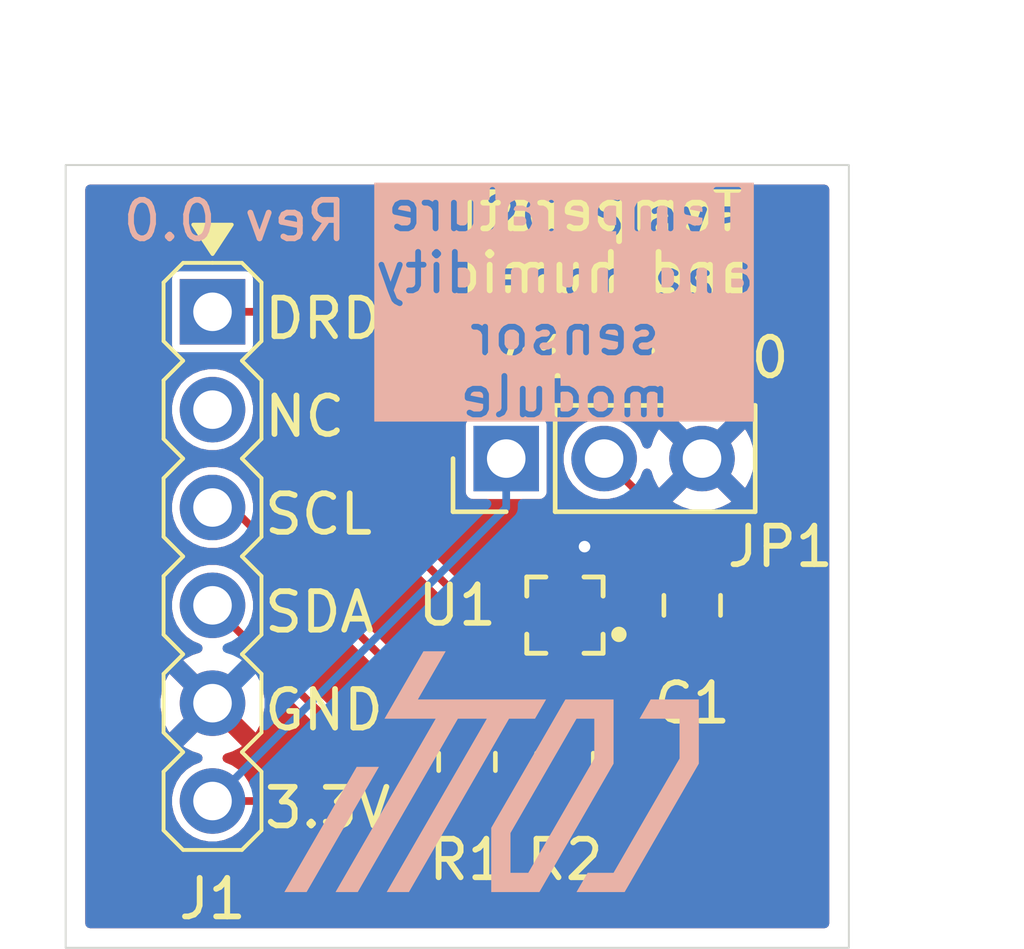
<source format=kicad_pcb>
(kicad_pcb (version 20241229) (generator "pcbnew") (generator_version "9.0")
  (title_block (title "Temperature and humidity sensor module") (date "2026-01-18") (rev "0.0") (company "Cotti"))
  (layers (0 "F.Cu" signal) (2 "B.Cu" signal) (13 "F.Paste" user) (15 "B.Paste" user) (5 "F.SilkS" user "F.Silkscreen") (7 "B.SilkS" user "B.Silkscreen") (1 "F.Mask" user) (3 "B.Mask" user) (25 "Edge.Cuts" user))
  (net 0 "")
  (net 1 "GND")
  (net 2 "+3V3")
  (net 4 "/sda")
  (net 5 "/scl")
  (net 6 "/drdy")
  (net 7 "/addr")
  (footprint "cotti_footprints:BGA6C100X50P2X3_HDC2010YPAR" (layer "F.Cu") (at 139.954 95.504 180)
    (property "Reference" "U1" (at 2.794 0.254 0) (layer "F.SilkS"))
    (property "Value" "HDC2010YPAR" (hide yes))
    (fp_line (start 0.99 0.99) (end 0.495 0.99) (stroke (width 0.127)) (layer "F.SilkS"))
    (fp_line (start 0.99 0.495) (end 0.99 0.99) (stroke (width 0.127)) (layer "F.SilkS"))
    (fp_line (start 0.99 -0.99) (end 0.99 -0.495) (stroke (width 0.127)) (layer "F.SilkS"))
    (fp_line (start 0.495 -0.99) (end 0.99 -0.99) (stroke (width 0.127)) (layer "F.SilkS"))
    (fp_line (start -0.495 0.99) (end -0.99 0.99) (stroke (width 0.127)) (layer "F.SilkS"))
    (fp_line (start -0.99 0.99) (end -0.99 0.495) (stroke (width 0.127)) (layer "F.SilkS"))
    (fp_line (start -0.99 -0.495) (end -0.99 -0.99) (stroke (width 0.127)) (layer "F.SilkS"))
    (fp_line (start -0.99 -0.99) (end -0.495 -0.99) (stroke (width 0.127)) (layer "F.SilkS"))
    (fp_circle (center -1.4 -0.5) (end -1.3 -0.5) (stroke (width 0.2)) (fill no) (layer "F.SilkS"))
    (pad "A1" smd circle (at -0.5 -0.5 180) (size 0.26 0.26) (layers "F.Cu" "F.Mask" "F.Paste") (net 2 "+3V3"))
    (pad "A2" smd circle (at 0.5 -0.5 180) (size 0.26 0.26) (layers "F.Cu" "F.Mask" "F.Paste") (net 4 "/sda"))
    (pad "B1" smd circle (at -0.5 0 180) (size 0.26 0.26) (layers "F.Cu" "F.Mask" "F.Paste") (net 7 "/addr"))
    (pad "B2" smd circle (at 0.5 0 180) (size 0.26 0.26) (layers "F.Cu" "F.Mask" "F.Paste") (net 5 "/scl"))
    (pad "C1" smd circle (at -0.5 0.5 180) (size 0.26 0.26) (layers "F.Cu" "F.Mask" "F.Paste") (net 1 "GND"))
    (pad "C2" smd circle (at 0.5 0.5 180) (size 0.26 0.26) (layers "F.Cu" "F.Mask" "F.Paste") (net 6 "/drdy"))
  )
  (footprint "Resistor_SMD:R_0805_2012Metric_Pad1.20x1.40mm_HandSolder" (layer "F.Cu") (at 139.954 99.314 90)
    (property "Reference" "R2" (at -2.54 0 180) (layer "F.SilkS"))
    (property "Value" "4.7k")
    (fp_line (start -0.227064 -0.735) (end 0.227064 -0.735) (stroke (width 0.12)) (layer "F.SilkS"))
    (fp_line (start -0.227064 0.735) (end 0.227064 0.735) (stroke (width 0.12)) (layer "F.SilkS"))
    (pad "1" smd roundrect (at -1 0 90) (size 1.2 1.4) (layers "F.Cu" "F.Mask" "F.Paste") (roundrect_rratio 0.208333) (net 2 "+3V3"))
    (pad "2" smd roundrect (at 1 0 90) (size 1.2 1.4) (layers "F.Cu" "F.Mask" "F.Paste") (roundrect_rratio 0.208333) (net 4 "/sda"))
  )
  (footprint "Connector_PinHeader_2.54mm:PinHeader_1x03_P2.54mm_Vertical" (layer "F.Cu") (at 138.43 91.44 90)
    (property "Reference" "JP1" (at -2.286 7.112 180) (layer "F.SilkS"))
    (property "Value" "Jumper_3_Bridged12")
    (fp_line (start -1.38 -1.38) (end 0 -1.38) (stroke (width 0.12)) (layer "F.SilkS"))
    (fp_line (start -1.38 0) (end -1.38 -1.38) (stroke (width 0.12)) (layer "F.SilkS"))
    (fp_line (start 1.38 1.27) (end 1.38 6.46) (stroke (width 0.12)) (layer "F.SilkS"))
    (fp_line (start -1.38 1.27) (end 1.38 1.27) (stroke (width 0.12)) (layer "F.SilkS"))
    (fp_line (start -1.38 1.27) (end -1.38 6.46) (stroke (width 0.12)) (layer "F.SilkS"))
    (fp_line (start -1.38 6.46) (end 1.38 6.46) (stroke (width 0.12)) (layer "F.SilkS"))
    (pad "1" thru_hole rect (at 0 0 90) (size 1.7 1.7) (drill 1) (layers "*.Cu" "*.Mask") (net 2 "+3V3"))
    (pad "2" thru_hole circle (at 0 2.54 90) (size 1.7 1.7) (drill 1) (layers "*.Cu" "*.Mask") (net 7 "/addr"))
    (pad "3" thru_hole circle (at 0 5.08 90) (size 1.7 1.7) (drill 1) (layers "*.Cu" "*.Mask") (net 1 "GND"))
  )
  (footprint "Resistor_SMD:R_0805_2012Metric_Pad1.20x1.40mm_HandSolder" (layer "F.Cu") (at 137.414 99.314 90)
    (property "Reference" "R1" (at -2.54 0 180) (layer "F.SilkS"))
    (property "Value" "4.7k")
    (fp_line (start -0.227064 -0.735) (end 0.227064 -0.735) (stroke (width 0.12)) (layer "F.SilkS"))
    (fp_line (start -0.227064 0.735) (end 0.227064 0.735) (stroke (width 0.12)) (layer "F.SilkS"))
    (pad "1" smd roundrect (at -1 0 90) (size 1.2 1.4) (layers "F.Cu" "F.Mask" "F.Paste") (roundrect_rratio 0.208333) (net 2 "+3V3"))
    (pad "2" smd roundrect (at 1 0 90) (size 1.2 1.4) (layers "F.Cu" "F.Mask" "F.Paste") (roundrect_rratio 0.208333) (net 5 "/scl"))
  )
  (footprint "Capacitor_SMD:C_0805_2012Metric_Pad1.18x1.45mm_HandSolder" (layer "F.Cu") (at 143.256 95.25 90)
    (property "Reference" "C1" (at -2.54 0 0) (layer "F.SilkS"))
    (property "Value" "100nF")
    (fp_line (start -0.261252 -0.735) (end 0.261252 -0.735) (stroke (width 0.12)) (layer "F.SilkS"))
    (fp_line (start -0.261252 0.735) (end 0.261252 0.735) (stroke (width 0.12)) (layer "F.SilkS"))
    (pad "1" smd roundrect (at -1.0375 0 90) (size 1.175 1.45) (layers "F.Cu" "F.Mask" "F.Paste") (roundrect_rratio 0.212766) (net 2 "+3V3"))
    (pad "2" smd roundrect (at 1.0375 0 90) (size 1.175 1.45) (layers "F.Cu" "F.Mask" "F.Paste") (roundrect_rratio 0.212766) (net 1 "GND"))
  )
  (footprint "cotti_footprints:Pmod_1x06_pin" (layer "F.Cu") (at 130.81 87.63)
    (property "Reference" "J1" (at 0 15.24 0) (layer "F.SilkS"))
    (property "Value" "Pmod I2C 1x06 pin" (hide yes))
    (fp_line (start -1.27 -0.762) (end -0.762 -1.27) (stroke (width 0.1)) (layer "F.SilkS"))
    (fp_line (start -1.27 0.762) (end -1.27 -0.762) (stroke (width 0.1)) (layer "F.SilkS"))
    (fp_line (start -1.27 1.778) (end -0.762 1.27) (stroke (width 0.1)) (layer "F.SilkS"))
    (fp_line (start -1.27 3.302) (end -1.27 1.778) (stroke (width 0.1)) (layer "F.SilkS"))
    (fp_line (start -1.27 4.318) (end -0.762 3.81) (stroke (width 0.1)) (layer "F.SilkS"))
    (fp_line (start -1.27 5.842) (end -1.27 4.318) (stroke (width 0.1)) (layer "F.SilkS"))
    (fp_line (start -1.27 6.858) (end -0.762 6.35) (stroke (width 0.1)) (layer "F.SilkS"))
    (fp_line (start -1.27 8.382) (end -1.27 6.858) (stroke (width 0.1)) (layer "F.SilkS"))
    (fp_line (start -1.27 9.398) (end -0.762 8.89) (stroke (width 0.1)) (layer "F.SilkS"))
    (fp_line (start -1.27 10.922) (end -1.27 9.398) (stroke (width 0.1)) (layer "F.SilkS"))
    (fp_line (start -1.27 11.938) (end -0.762 11.43) (stroke (width 0.1)) (layer "F.SilkS"))
    (fp_line (start -1.27 13.462) (end -1.27 11.938) (stroke (width 0.1)) (layer "F.SilkS"))
    (fp_line (start -0.762 -1.27) (end 0 -1.27) (stroke (width 0.1)) (layer "F.SilkS"))
    (fp_line (start -0.762 1.27) (end -1.27 0.762) (stroke (width 0.1)) (layer "F.SilkS"))
    (fp_line (start -0.762 3.81) (end -1.27 3.302) (stroke (width 0.1)) (layer "F.SilkS"))
    (fp_line (start -0.762 6.35) (end -1.27 5.842) (stroke (width 0.1)) (layer "F.SilkS"))
    (fp_line (start -0.762 8.89) (end -1.27 8.382) (stroke (width 0.1)) (layer "F.SilkS"))
    (fp_line (start -0.762 11.43) (end -1.27 10.922) (stroke (width 0.1)) (layer "F.SilkS"))
    (fp_line (start -0.762 13.97) (end -1.27 13.462) (stroke (width 0.1)) (layer "F.SilkS"))
    (fp_line (start 0 -1.27) (end 0.762 -1.27) (stroke (width 0.1)) (layer "F.SilkS"))
    (fp_line (start 0.762 -1.27) (end 1.27 -0.762) (stroke (width 0.1)) (layer "F.SilkS"))
    (fp_line (start 0.762 1.27) (end 1.27 1.778) (stroke (width 0.1)) (layer "F.SilkS"))
    (fp_line (start 0.762 3.81) (end 1.27 4.318) (stroke (width 0.1)) (layer "F.SilkS"))
    (fp_line (start 0.762 6.35) (end 1.27 6.858) (stroke (width 0.1)) (layer "F.SilkS"))
    (fp_line (start 0.762 8.89) (end 1.27 9.398) (stroke (width 0.1)) (layer "F.SilkS"))
    (fp_line (start 0.762 11.43) (end 1.27 11.938) (stroke (width 0.1)) (layer "F.SilkS"))
    (fp_line (start 0.762 13.97) (end -0.762 13.97) (stroke (width 0.1)) (layer "F.SilkS"))
    (fp_line (start 1.27 -0.762) (end 1.27 0.762) (stroke (width 0.1)) (layer "F.SilkS"))
    (fp_line (start 1.27 0.762) (end 0.762 1.27) (stroke (width 0.1)) (layer "F.SilkS"))
    (fp_line (start 1.27 1.778) (end 1.27 3.302) (stroke (width 0.1)) (layer "F.SilkS"))
    (fp_line (start 1.27 3.302) (end 0.762 3.81) (stroke (width 0.1)) (layer "F.SilkS"))
    (fp_line (start 1.27 4.318) (end 1.27 5.842) (stroke (width 0.1)) (layer "F.SilkS"))
    (fp_line (start 1.27 5.842) (end 0.762 6.35) (stroke (width 0.1)) (layer "F.SilkS"))
    (fp_line (start 1.27 6.858) (end 1.27 8.382) (stroke (width 0.1)) (layer "F.SilkS"))
    (fp_line (start 1.27 8.382) (end 0.762 8.89) (stroke (width 0.1)) (layer "F.SilkS"))
    (fp_line (start 1.27 9.398) (end 1.27 10.922) (stroke (width 0.1)) (layer "F.SilkS"))
    (fp_line (start 1.27 10.922) (end 0.762 11.43) (stroke (width 0.1)) (layer "F.SilkS"))
    (fp_line (start 1.27 11.938) (end 1.27 13.462) (stroke (width 0.1)) (layer "F.SilkS"))
    (fp_line (start 1.27 13.462) (end 0.762 13.97) (stroke (width 0.1)) (layer "F.SilkS"))
    (fp_poly (pts (xy 0.5 -2.262) (xy 0 -1.5) (xy -0.5 -2.262)) (stroke (width 0.1)) (fill yes) (layer "F.SilkS"))
    (pad "1" thru_hole rect (at 0 0) (size 1.7 1.7) (drill 1) (layers "*.Cu" "*.Mask") (net 6 "/drdy"))
    (pad "2" thru_hole circle (at 0 2.54) (size 1.7 1.7) (drill 1) (layers "*.Cu" "*.Mask"))
    (pad "3" thru_hole circle (at 0 5.08) (size 1.7 1.7) (drill 1) (layers "*.Cu" "*.Mask") (net 5 "/scl"))
    (pad "4" thru_hole circle (at 0 7.62) (size 1.7 1.7) (drill 1) (layers "*.Cu" "*.Mask") (net 4 "/sda"))
    (pad "5" thru_hole circle (at 0 10.16) (size 1.7 1.7) (drill 1) (layers "*.Cu" "*.Mask") (net 1 "GND"))
    (pad "6" thru_hole circle (at 0 12.7) (size 1.7 1.7) (drill 1) (layers "*.Cu" "*.Mask") (net 2 "+3V3"))
  )
  (footprint "cotti_logo:cotti_logo_filled H=5mm T=0.5mm" (layer "B.Cu") (at 143.427851 97.693 180)
    (property "Reference" "REF**" (hide yes))
    (property "Value" "cotti_logo_filled H=5mm T=0.5mm" (hide yes))
    (fp_poly (pts (xy 10.176352 -5) (xy 8.299963 -1.75) (xy 8.877314 -1.75) (xy 10.753702 -5)) (fill yes) (layer "B.SilkS"))
    (fp_poly (pts (xy 3.1745 -5) (xy 1.9245 -5) (xy 0 -1.666667) (xy 0 0) (xy 1.25 0) (xy 1.538675 -0.5) (xy 0.5 -0.5) (xy 0.5 -1.532692) (xy 2.213176 -4.5) (xy 2.885825 -4.5)) (fill yes) (layer "B.SilkS"))
    (fp_poly (pts (xy 7.521651 -5) (xy 4.923575 -0.5) (xy 4.250925 -0.5) (xy 3.96225 0) (xy 7.2896 0) (xy 6.567912 1.25) (xy 7.145263 1.25) (xy 8.155626 -0.5) (xy 6.828275 -0.5) (xy 9.426352 -5) (xy 8.849001 -5) (xy 6.250925 -0.5) (xy 5.500925 -0.5) (xy 8.099001 -5)) (fill yes) (layer "B.SilkS"))
    (fp_poly (pts (xy 4.136751 -5) (xy 2.21225 -1.666667) (xy 2.21225 0) (xy 3.46225 0) (xy 5.386751 -3.333333) (xy 5.386751 -5) (xy 4.886751 -4.5) (xy 4.886751 -3.467308) (xy 3.173575 -0.5) (xy 2.71225 -0.5) (xy 2.71225 -1.532692) (xy 4.425426 -4.5) (xy 4.886751 -4.5) (xy 5.386751 -5)) (fill yes) (layer "B.SilkS"))
  )
  (gr_rect (start 127 83.82) (end 147.32 104.14) (stroke (width 0.05)) (fill no) (layer "Edge.Cuts"))
  (gr_text "GND" (at 132.08 98.552 0) (layer "F.SilkS") (effects (font (size 1 1)) (justify left bottom)))
  (gr_text "I2C Slave\naddress" (at 140.97 87.376 0) (layer "F.SilkS" knockout) (effects (font (size 1 1)) (justify bottom)))
  (gr_text "DRDY" (at 132.08 88.392 0) (layer "F.SilkS") (effects (font (size 1 1)) (justify left bottom)))
  (gr_text "NC" (at 132.08 90.932 0) (layer "F.SilkS") (effects (font (size 1 1)) (justify left bottom)))
  (gr_text "3.3V" (at 132.08 101.092 0) (layer "F.SilkS") (effects (font (size 1 1)) (justify left bottom)))
  (gr_text "0x40\n" (at 141.986 89.408 0) (layer "F.SilkS") (effects (font (size 1 1)) (justify left bottom)))
  (gr_text "0x41" (at 136.398 89.408 0) (layer "F.SilkS") (effects (font (size 1 1)) (justify left bottom)))
  (gr_text "SDA" (at 132.08 96.012 0) (layer "F.SilkS") (effects (font (size 1 1)) (justify left bottom)))
  (gr_text "SCL" (at 132.08 93.472 0) (layer "F.SilkS") (effects (font (size 1 1)) (justify left bottom)))
  (gr_text "Temperature\nand humidity\nsensor\nmodule" (at 139.954 90.424 0) (layer "B.SilkS" knockout) (effects (font (size 1 1)) (justify bottom mirror)))
  (gr_text "Rev 0.0" (at 134.366 85.852 0) (layer "B.SilkS") (effects (font (size 1 1)) (justify left bottom mirror)))
  (segment (start 140.454 93.734) (end 140.462 93.726) (width 0.2) (layer "F.Cu") (net 1))
  (segment (start 140.454 95.004) (end 140.454 93.734) (width 0.2) (layer "F.Cu") (net 1))
  (via (at 140.462 93.726) (size 0.6) (drill 0.3) (layers "F.Cu" "B.Cu") (net 1))
  (segment (start 134.604 100.33) (end 134.62 100.314) (width 0.2) (layer "F.Cu") (net 2))
  (segment (start 137.414 100.314) (end 139.954 100.314) (width 0.2) (layer "F.Cu") (net 2))
  (segment (start 143.256 96.2875) (end 143.256 99.822) (width 0.2) (layer "F.Cu") (net 2))
  (segment (start 142.9725 96.004) (end 143.256 96.2875) (width 0.2) (layer "F.Cu") (net 2))
  (segment (start 142.764 100.314) (end 139.954 100.314) (width 0.2) (layer "F.Cu") (net 2))
  (segment (start 134.62 100.314) (end 137.414 100.314) (width 0.2) (layer "F.Cu") (net 2))
  (segment (start 143.256 99.822) (end 142.764 100.314) (width 0.2) (layer "F.Cu") (net 2))
  (segment (start 130.81 100.33) (end 134.604 100.33) (width 0.2) (layer "F.Cu") (net 2))
  (segment (start 140.454 96.004) (end 142.9725 96.004) (width 0.2) (layer "F.Cu") (net 2))
  (segment (start 137.398 100.33) (end 137.414 100.314) (width 0.2) (layer "F.Cu") (net 2))
  (segment (start 130.81 100.33) (end 138.43 92.71) (width 0.2) (layer "B.Cu") (net 2))
  (segment (start 138.43 92.71) (end 138.43 91.44) (width 0.2) (layer "B.Cu") (net 2))
  (segment (start 139.454 96.004) (end 139.454 97.814) (width 0.2) (layer "F.Cu") (net 4))
  (segment (start 134.775 99.215) (end 139.053 99.215) (width 0.2) (layer "F.Cu") (net 4))
  (segment (start 139.454 97.814) (end 139.954 98.314) (width 0.2) (layer "F.Cu") (net 4))
  (segment (start 130.81 95.25) (end 134.775 99.215) (width 0.2) (layer "F.Cu") (net 4))
  (segment (start 139.053 99.215) (end 139.954 98.314) (width 0.2) (layer "F.Cu") (net 4))
  (segment (start 137.414 98.314) (end 137.414 95.758) (width 0.2) (layer "F.Cu") (net 5))
  (segment (start 137.668 95.504) (end 139.454 95.504) (width 0.2) (layer "F.Cu") (net 5))
  (segment (start 130.81 92.71) (end 131.318 92.71) (width 0.2) (layer "F.Cu") (net 5))
  (segment (start 137.414 95.758) (end 137.668 95.504) (width 0.2) (layer "F.Cu") (net 5))
  (segment (start 131.318 92.71) (end 136.922 98.314) (width 0.2) (layer "F.Cu") (net 5))
  (segment (start 136.922 98.314) (end 137.414 98.314) (width 0.2) (layer "F.Cu") (net 5))
  (segment (start 137.168 95.004) (end 132.588 90.424) (width 0.2) (layer "F.Cu") (net 6))
  (segment (start 132.08 87.63) (end 130.81 87.63) (width 0.2) (layer "F.Cu") (net 6))
  (segment (start 132.588 88.138) (end 132.08 87.63) (width 0.2) (layer "F.Cu") (net 6))
  (segment (start 139.454 95.004) (end 137.168 95.004) (width 0.2) (layer "F.Cu") (net 6))
  (segment (start 132.588 90.424) (end 132.588 88.138) (width 0.2) (layer "F.Cu") (net 6))
  (segment (start 140.454 95.504) (end 141.478 95.504) (width 0.2) (layer "F.Cu") (net 7))
  (segment (start 141.478 95.504) (end 141.732 95.25) (width 0.2) (layer "F.Cu") (net 7))
  (segment (start 141.732 92.202) (end 140.97 91.44) (width 0.2) (layer "F.Cu") (net 7))
  (segment (start 141.732 95.25) (end 141.732 92.202) (width 0.2) (layer "F.Cu") (net 7))
  (zone (net 0) (net_name "") (layer "F.Cu") (connect_pads (clearance 0)) (min_thickness 0.25)
    (keepout (tracks allowed) (vias allowed) (pads allowed) (copperpour not_allowed) (footprints allowed))
    (fill (thermal_gap 0.5) (thermal_bridge_width 0.5))
    (polygon (pts (xy 138.43 97.028) (xy 138.43 93.98) (xy 141.478 93.98) (xy 141.478 97.028)))
  )
  (zone (net 1) (net_name "GND") (layers "F.Cu" "B.Cu") (connect_pads (clearance 0)) (min_thickness 0.25) (fill yes (thermal_gap 0.5) (thermal_bridge_width 0.5))
    (polygon (pts (xy 127.508 103.632) (xy 127.508 84.328) (xy 146.812 84.328) (xy 146.812 103.632)))
  )
)
</source>
